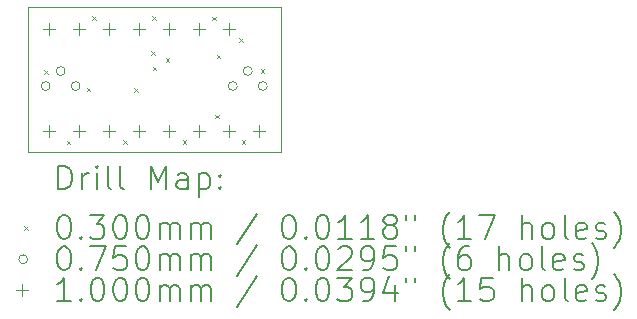
<source format=gbr>
%TF.GenerationSoftware,KiCad,Pcbnew,9.0.5*%
%TF.CreationDate,2025-11-23T20:09:42-05:00*%
%TF.ProjectId,Silicon Fuzz Face Compact,53696c69-636f-46e2-9046-757a7a204661,rev?*%
%TF.SameCoordinates,Original*%
%TF.FileFunction,Drillmap*%
%TF.FilePolarity,Positive*%
%FSLAX45Y45*%
G04 Gerber Fmt 4.5, Leading zero omitted, Abs format (unit mm)*
G04 Created by KiCad (PCBNEW 9.0.5) date 2025-11-23 20:09:42*
%MOMM*%
%LPD*%
G01*
G04 APERTURE LIST*
%ADD10C,0.050000*%
%ADD11C,0.200000*%
%ADD12C,0.100000*%
G04 APERTURE END LIST*
D10*
X4870000Y-8050000D02*
X7010000Y-8050000D01*
X7010000Y-9275000D01*
X4870000Y-9275000D01*
X4870000Y-8050000D01*
D11*
D12*
X5007500Y-8582500D02*
X5037500Y-8612500D01*
X5037500Y-8582500D02*
X5007500Y-8612500D01*
X5198308Y-9180000D02*
X5228308Y-9210000D01*
X5228308Y-9180000D02*
X5198308Y-9210000D01*
X5367500Y-8730000D02*
X5397500Y-8760000D01*
X5397500Y-8730000D02*
X5367500Y-8760000D01*
X5415000Y-8125000D02*
X5445000Y-8155000D01*
X5445000Y-8125000D02*
X5415000Y-8155000D01*
X5677500Y-9175000D02*
X5707500Y-9205000D01*
X5707500Y-9175000D02*
X5677500Y-9205000D01*
X5770000Y-8735000D02*
X5800000Y-8765000D01*
X5800000Y-8735000D02*
X5770000Y-8765000D01*
X5915000Y-8420100D02*
X5945000Y-8450100D01*
X5945000Y-8420100D02*
X5915000Y-8450100D01*
X5922500Y-8125000D02*
X5952500Y-8155000D01*
X5952500Y-8125000D02*
X5922500Y-8155000D01*
X5927500Y-8552500D02*
X5957500Y-8582500D01*
X5957500Y-8552500D02*
X5927500Y-8582500D01*
X6037500Y-8477500D02*
X6067500Y-8507500D01*
X6067500Y-8477500D02*
X6037500Y-8507500D01*
X6182500Y-9175000D02*
X6212500Y-9205000D01*
X6212500Y-9175000D02*
X6182500Y-9205000D01*
X6430000Y-8127500D02*
X6460000Y-8157500D01*
X6460000Y-8127500D02*
X6430000Y-8157500D01*
X6455000Y-8957500D02*
X6485000Y-8987500D01*
X6485000Y-8957500D02*
X6455000Y-8987500D01*
X6470000Y-8450000D02*
X6500000Y-8480000D01*
X6500000Y-8450000D02*
X6470000Y-8480000D01*
X6660000Y-8312500D02*
X6690000Y-8342500D01*
X6690000Y-8312500D02*
X6660000Y-8342500D01*
X6682500Y-9172500D02*
X6712500Y-9202500D01*
X6712500Y-9172500D02*
X6682500Y-9202500D01*
X6840000Y-8575000D02*
X6870000Y-8605000D01*
X6870000Y-8575000D02*
X6840000Y-8605000D01*
X5058500Y-8715000D02*
G75*
G02*
X4983500Y-8715000I-37500J0D01*
G01*
X4983500Y-8715000D02*
G75*
G02*
X5058500Y-8715000I37500J0D01*
G01*
X5185500Y-8588000D02*
G75*
G02*
X5110500Y-8588000I-37500J0D01*
G01*
X5110500Y-8588000D02*
G75*
G02*
X5185500Y-8588000I37500J0D01*
G01*
X5312500Y-8715000D02*
G75*
G02*
X5237500Y-8715000I-37500J0D01*
G01*
X5237500Y-8715000D02*
G75*
G02*
X5312500Y-8715000I37500J0D01*
G01*
X6642500Y-8715000D02*
G75*
G02*
X6567500Y-8715000I-37500J0D01*
G01*
X6567500Y-8715000D02*
G75*
G02*
X6642500Y-8715000I37500J0D01*
G01*
X6769500Y-8588000D02*
G75*
G02*
X6694500Y-8588000I-37500J0D01*
G01*
X6694500Y-8588000D02*
G75*
G02*
X6769500Y-8588000I37500J0D01*
G01*
X6896500Y-8715000D02*
G75*
G02*
X6821500Y-8715000I-37500J0D01*
G01*
X6821500Y-8715000D02*
G75*
G02*
X6896500Y-8715000I37500J0D01*
G01*
X5050000Y-9045000D02*
X5050000Y-9145000D01*
X5000000Y-9095000D02*
X5100000Y-9095000D01*
X5052000Y-8180000D02*
X5052000Y-8280000D01*
X5002000Y-8230000D02*
X5102000Y-8230000D01*
X5304000Y-9045000D02*
X5304000Y-9145000D01*
X5254000Y-9095000D02*
X5354000Y-9095000D01*
X5306000Y-8180000D02*
X5306000Y-8280000D01*
X5256000Y-8230000D02*
X5356000Y-8230000D01*
X5558000Y-9045000D02*
X5558000Y-9145000D01*
X5508000Y-9095000D02*
X5608000Y-9095000D01*
X5560000Y-8180000D02*
X5560000Y-8280000D01*
X5510000Y-8230000D02*
X5610000Y-8230000D01*
X5812000Y-9045000D02*
X5812000Y-9145000D01*
X5762000Y-9095000D02*
X5862000Y-9095000D01*
X5814000Y-8180000D02*
X5814000Y-8280000D01*
X5764000Y-8230000D02*
X5864000Y-8230000D01*
X6066000Y-9045000D02*
X6066000Y-9145000D01*
X6016000Y-9095000D02*
X6116000Y-9095000D01*
X6068000Y-8180000D02*
X6068000Y-8280000D01*
X6018000Y-8230000D02*
X6118000Y-8230000D01*
X6320000Y-9045000D02*
X6320000Y-9145000D01*
X6270000Y-9095000D02*
X6370000Y-9095000D01*
X6322000Y-8180000D02*
X6322000Y-8280000D01*
X6272000Y-8230000D02*
X6372000Y-8230000D01*
X6574000Y-9045000D02*
X6574000Y-9145000D01*
X6524000Y-9095000D02*
X6624000Y-9095000D01*
X6576000Y-8180000D02*
X6576000Y-8280000D01*
X6526000Y-8230000D02*
X6626000Y-8230000D01*
X6828000Y-9045000D02*
X6828000Y-9145000D01*
X6778000Y-9095000D02*
X6878000Y-9095000D01*
D11*
X5128277Y-9588984D02*
X5128277Y-9388984D01*
X5128277Y-9388984D02*
X5175896Y-9388984D01*
X5175896Y-9388984D02*
X5204467Y-9398508D01*
X5204467Y-9398508D02*
X5223515Y-9417555D01*
X5223515Y-9417555D02*
X5233039Y-9436603D01*
X5233039Y-9436603D02*
X5242563Y-9474698D01*
X5242563Y-9474698D02*
X5242563Y-9503270D01*
X5242563Y-9503270D02*
X5233039Y-9541365D01*
X5233039Y-9541365D02*
X5223515Y-9560412D01*
X5223515Y-9560412D02*
X5204467Y-9579460D01*
X5204467Y-9579460D02*
X5175896Y-9588984D01*
X5175896Y-9588984D02*
X5128277Y-9588984D01*
X5328277Y-9588984D02*
X5328277Y-9455650D01*
X5328277Y-9493746D02*
X5337801Y-9474698D01*
X5337801Y-9474698D02*
X5347324Y-9465174D01*
X5347324Y-9465174D02*
X5366372Y-9455650D01*
X5366372Y-9455650D02*
X5385420Y-9455650D01*
X5452086Y-9588984D02*
X5452086Y-9455650D01*
X5452086Y-9388984D02*
X5442563Y-9398508D01*
X5442563Y-9398508D02*
X5452086Y-9408031D01*
X5452086Y-9408031D02*
X5461610Y-9398508D01*
X5461610Y-9398508D02*
X5452086Y-9388984D01*
X5452086Y-9388984D02*
X5452086Y-9408031D01*
X5575896Y-9588984D02*
X5556848Y-9579460D01*
X5556848Y-9579460D02*
X5547324Y-9560412D01*
X5547324Y-9560412D02*
X5547324Y-9388984D01*
X5680658Y-9588984D02*
X5661610Y-9579460D01*
X5661610Y-9579460D02*
X5652086Y-9560412D01*
X5652086Y-9560412D02*
X5652086Y-9388984D01*
X5909229Y-9588984D02*
X5909229Y-9388984D01*
X5909229Y-9388984D02*
X5975896Y-9531841D01*
X5975896Y-9531841D02*
X6042562Y-9388984D01*
X6042562Y-9388984D02*
X6042562Y-9588984D01*
X6223515Y-9588984D02*
X6223515Y-9484222D01*
X6223515Y-9484222D02*
X6213991Y-9465174D01*
X6213991Y-9465174D02*
X6194943Y-9455650D01*
X6194943Y-9455650D02*
X6156848Y-9455650D01*
X6156848Y-9455650D02*
X6137801Y-9465174D01*
X6223515Y-9579460D02*
X6204467Y-9588984D01*
X6204467Y-9588984D02*
X6156848Y-9588984D01*
X6156848Y-9588984D02*
X6137801Y-9579460D01*
X6137801Y-9579460D02*
X6128277Y-9560412D01*
X6128277Y-9560412D02*
X6128277Y-9541365D01*
X6128277Y-9541365D02*
X6137801Y-9522317D01*
X6137801Y-9522317D02*
X6156848Y-9512793D01*
X6156848Y-9512793D02*
X6204467Y-9512793D01*
X6204467Y-9512793D02*
X6223515Y-9503270D01*
X6318753Y-9455650D02*
X6318753Y-9655650D01*
X6318753Y-9465174D02*
X6337801Y-9455650D01*
X6337801Y-9455650D02*
X6375896Y-9455650D01*
X6375896Y-9455650D02*
X6394943Y-9465174D01*
X6394943Y-9465174D02*
X6404467Y-9474698D01*
X6404467Y-9474698D02*
X6413991Y-9493746D01*
X6413991Y-9493746D02*
X6413991Y-9550889D01*
X6413991Y-9550889D02*
X6404467Y-9569936D01*
X6404467Y-9569936D02*
X6394943Y-9579460D01*
X6394943Y-9579460D02*
X6375896Y-9588984D01*
X6375896Y-9588984D02*
X6337801Y-9588984D01*
X6337801Y-9588984D02*
X6318753Y-9579460D01*
X6499705Y-9569936D02*
X6509229Y-9579460D01*
X6509229Y-9579460D02*
X6499705Y-9588984D01*
X6499705Y-9588984D02*
X6490182Y-9579460D01*
X6490182Y-9579460D02*
X6499705Y-9569936D01*
X6499705Y-9569936D02*
X6499705Y-9588984D01*
X6499705Y-9465174D02*
X6509229Y-9474698D01*
X6509229Y-9474698D02*
X6499705Y-9484222D01*
X6499705Y-9484222D02*
X6490182Y-9474698D01*
X6490182Y-9474698D02*
X6499705Y-9465174D01*
X6499705Y-9465174D02*
X6499705Y-9484222D01*
D12*
X4837500Y-9902500D02*
X4867500Y-9932500D01*
X4867500Y-9902500D02*
X4837500Y-9932500D01*
D11*
X5166372Y-9808984D02*
X5185420Y-9808984D01*
X5185420Y-9808984D02*
X5204467Y-9818508D01*
X5204467Y-9818508D02*
X5213991Y-9828031D01*
X5213991Y-9828031D02*
X5223515Y-9847079D01*
X5223515Y-9847079D02*
X5233039Y-9885174D01*
X5233039Y-9885174D02*
X5233039Y-9932793D01*
X5233039Y-9932793D02*
X5223515Y-9970889D01*
X5223515Y-9970889D02*
X5213991Y-9989936D01*
X5213991Y-9989936D02*
X5204467Y-9999460D01*
X5204467Y-9999460D02*
X5185420Y-10008984D01*
X5185420Y-10008984D02*
X5166372Y-10008984D01*
X5166372Y-10008984D02*
X5147324Y-9999460D01*
X5147324Y-9999460D02*
X5137801Y-9989936D01*
X5137801Y-9989936D02*
X5128277Y-9970889D01*
X5128277Y-9970889D02*
X5118753Y-9932793D01*
X5118753Y-9932793D02*
X5118753Y-9885174D01*
X5118753Y-9885174D02*
X5128277Y-9847079D01*
X5128277Y-9847079D02*
X5137801Y-9828031D01*
X5137801Y-9828031D02*
X5147324Y-9818508D01*
X5147324Y-9818508D02*
X5166372Y-9808984D01*
X5318753Y-9989936D02*
X5328277Y-9999460D01*
X5328277Y-9999460D02*
X5318753Y-10008984D01*
X5318753Y-10008984D02*
X5309229Y-9999460D01*
X5309229Y-9999460D02*
X5318753Y-9989936D01*
X5318753Y-9989936D02*
X5318753Y-10008984D01*
X5394944Y-9808984D02*
X5518753Y-9808984D01*
X5518753Y-9808984D02*
X5452086Y-9885174D01*
X5452086Y-9885174D02*
X5480658Y-9885174D01*
X5480658Y-9885174D02*
X5499705Y-9894698D01*
X5499705Y-9894698D02*
X5509229Y-9904222D01*
X5509229Y-9904222D02*
X5518753Y-9923270D01*
X5518753Y-9923270D02*
X5518753Y-9970889D01*
X5518753Y-9970889D02*
X5509229Y-9989936D01*
X5509229Y-9989936D02*
X5499705Y-9999460D01*
X5499705Y-9999460D02*
X5480658Y-10008984D01*
X5480658Y-10008984D02*
X5423515Y-10008984D01*
X5423515Y-10008984D02*
X5404467Y-9999460D01*
X5404467Y-9999460D02*
X5394944Y-9989936D01*
X5642562Y-9808984D02*
X5661610Y-9808984D01*
X5661610Y-9808984D02*
X5680658Y-9818508D01*
X5680658Y-9818508D02*
X5690182Y-9828031D01*
X5690182Y-9828031D02*
X5699705Y-9847079D01*
X5699705Y-9847079D02*
X5709229Y-9885174D01*
X5709229Y-9885174D02*
X5709229Y-9932793D01*
X5709229Y-9932793D02*
X5699705Y-9970889D01*
X5699705Y-9970889D02*
X5690182Y-9989936D01*
X5690182Y-9989936D02*
X5680658Y-9999460D01*
X5680658Y-9999460D02*
X5661610Y-10008984D01*
X5661610Y-10008984D02*
X5642562Y-10008984D01*
X5642562Y-10008984D02*
X5623515Y-9999460D01*
X5623515Y-9999460D02*
X5613991Y-9989936D01*
X5613991Y-9989936D02*
X5604467Y-9970889D01*
X5604467Y-9970889D02*
X5594943Y-9932793D01*
X5594943Y-9932793D02*
X5594943Y-9885174D01*
X5594943Y-9885174D02*
X5604467Y-9847079D01*
X5604467Y-9847079D02*
X5613991Y-9828031D01*
X5613991Y-9828031D02*
X5623515Y-9818508D01*
X5623515Y-9818508D02*
X5642562Y-9808984D01*
X5833039Y-9808984D02*
X5852086Y-9808984D01*
X5852086Y-9808984D02*
X5871134Y-9818508D01*
X5871134Y-9818508D02*
X5880658Y-9828031D01*
X5880658Y-9828031D02*
X5890182Y-9847079D01*
X5890182Y-9847079D02*
X5899705Y-9885174D01*
X5899705Y-9885174D02*
X5899705Y-9932793D01*
X5899705Y-9932793D02*
X5890182Y-9970889D01*
X5890182Y-9970889D02*
X5880658Y-9989936D01*
X5880658Y-9989936D02*
X5871134Y-9999460D01*
X5871134Y-9999460D02*
X5852086Y-10008984D01*
X5852086Y-10008984D02*
X5833039Y-10008984D01*
X5833039Y-10008984D02*
X5813991Y-9999460D01*
X5813991Y-9999460D02*
X5804467Y-9989936D01*
X5804467Y-9989936D02*
X5794943Y-9970889D01*
X5794943Y-9970889D02*
X5785420Y-9932793D01*
X5785420Y-9932793D02*
X5785420Y-9885174D01*
X5785420Y-9885174D02*
X5794943Y-9847079D01*
X5794943Y-9847079D02*
X5804467Y-9828031D01*
X5804467Y-9828031D02*
X5813991Y-9818508D01*
X5813991Y-9818508D02*
X5833039Y-9808984D01*
X5985420Y-10008984D02*
X5985420Y-9875650D01*
X5985420Y-9894698D02*
X5994943Y-9885174D01*
X5994943Y-9885174D02*
X6013991Y-9875650D01*
X6013991Y-9875650D02*
X6042563Y-9875650D01*
X6042563Y-9875650D02*
X6061610Y-9885174D01*
X6061610Y-9885174D02*
X6071134Y-9904222D01*
X6071134Y-9904222D02*
X6071134Y-10008984D01*
X6071134Y-9904222D02*
X6080658Y-9885174D01*
X6080658Y-9885174D02*
X6099705Y-9875650D01*
X6099705Y-9875650D02*
X6128277Y-9875650D01*
X6128277Y-9875650D02*
X6147324Y-9885174D01*
X6147324Y-9885174D02*
X6156848Y-9904222D01*
X6156848Y-9904222D02*
X6156848Y-10008984D01*
X6252086Y-10008984D02*
X6252086Y-9875650D01*
X6252086Y-9894698D02*
X6261610Y-9885174D01*
X6261610Y-9885174D02*
X6280658Y-9875650D01*
X6280658Y-9875650D02*
X6309229Y-9875650D01*
X6309229Y-9875650D02*
X6328277Y-9885174D01*
X6328277Y-9885174D02*
X6337801Y-9904222D01*
X6337801Y-9904222D02*
X6337801Y-10008984D01*
X6337801Y-9904222D02*
X6347324Y-9885174D01*
X6347324Y-9885174D02*
X6366372Y-9875650D01*
X6366372Y-9875650D02*
X6394943Y-9875650D01*
X6394943Y-9875650D02*
X6413991Y-9885174D01*
X6413991Y-9885174D02*
X6423515Y-9904222D01*
X6423515Y-9904222D02*
X6423515Y-10008984D01*
X6813991Y-9799460D02*
X6642563Y-10056603D01*
X7071134Y-9808984D02*
X7090182Y-9808984D01*
X7090182Y-9808984D02*
X7109229Y-9818508D01*
X7109229Y-9818508D02*
X7118753Y-9828031D01*
X7118753Y-9828031D02*
X7128277Y-9847079D01*
X7128277Y-9847079D02*
X7137801Y-9885174D01*
X7137801Y-9885174D02*
X7137801Y-9932793D01*
X7137801Y-9932793D02*
X7128277Y-9970889D01*
X7128277Y-9970889D02*
X7118753Y-9989936D01*
X7118753Y-9989936D02*
X7109229Y-9999460D01*
X7109229Y-9999460D02*
X7090182Y-10008984D01*
X7090182Y-10008984D02*
X7071134Y-10008984D01*
X7071134Y-10008984D02*
X7052086Y-9999460D01*
X7052086Y-9999460D02*
X7042563Y-9989936D01*
X7042563Y-9989936D02*
X7033039Y-9970889D01*
X7033039Y-9970889D02*
X7023515Y-9932793D01*
X7023515Y-9932793D02*
X7023515Y-9885174D01*
X7023515Y-9885174D02*
X7033039Y-9847079D01*
X7033039Y-9847079D02*
X7042563Y-9828031D01*
X7042563Y-9828031D02*
X7052086Y-9818508D01*
X7052086Y-9818508D02*
X7071134Y-9808984D01*
X7223515Y-9989936D02*
X7233039Y-9999460D01*
X7233039Y-9999460D02*
X7223515Y-10008984D01*
X7223515Y-10008984D02*
X7213991Y-9999460D01*
X7213991Y-9999460D02*
X7223515Y-9989936D01*
X7223515Y-9989936D02*
X7223515Y-10008984D01*
X7356848Y-9808984D02*
X7375896Y-9808984D01*
X7375896Y-9808984D02*
X7394944Y-9818508D01*
X7394944Y-9818508D02*
X7404467Y-9828031D01*
X7404467Y-9828031D02*
X7413991Y-9847079D01*
X7413991Y-9847079D02*
X7423515Y-9885174D01*
X7423515Y-9885174D02*
X7423515Y-9932793D01*
X7423515Y-9932793D02*
X7413991Y-9970889D01*
X7413991Y-9970889D02*
X7404467Y-9989936D01*
X7404467Y-9989936D02*
X7394944Y-9999460D01*
X7394944Y-9999460D02*
X7375896Y-10008984D01*
X7375896Y-10008984D02*
X7356848Y-10008984D01*
X7356848Y-10008984D02*
X7337801Y-9999460D01*
X7337801Y-9999460D02*
X7328277Y-9989936D01*
X7328277Y-9989936D02*
X7318753Y-9970889D01*
X7318753Y-9970889D02*
X7309229Y-9932793D01*
X7309229Y-9932793D02*
X7309229Y-9885174D01*
X7309229Y-9885174D02*
X7318753Y-9847079D01*
X7318753Y-9847079D02*
X7328277Y-9828031D01*
X7328277Y-9828031D02*
X7337801Y-9818508D01*
X7337801Y-9818508D02*
X7356848Y-9808984D01*
X7613991Y-10008984D02*
X7499706Y-10008984D01*
X7556848Y-10008984D02*
X7556848Y-9808984D01*
X7556848Y-9808984D02*
X7537801Y-9837555D01*
X7537801Y-9837555D02*
X7518753Y-9856603D01*
X7518753Y-9856603D02*
X7499706Y-9866127D01*
X7804467Y-10008984D02*
X7690182Y-10008984D01*
X7747325Y-10008984D02*
X7747325Y-9808984D01*
X7747325Y-9808984D02*
X7728277Y-9837555D01*
X7728277Y-9837555D02*
X7709229Y-9856603D01*
X7709229Y-9856603D02*
X7690182Y-9866127D01*
X7918753Y-9894698D02*
X7899706Y-9885174D01*
X7899706Y-9885174D02*
X7890182Y-9875650D01*
X7890182Y-9875650D02*
X7880658Y-9856603D01*
X7880658Y-9856603D02*
X7880658Y-9847079D01*
X7880658Y-9847079D02*
X7890182Y-9828031D01*
X7890182Y-9828031D02*
X7899706Y-9818508D01*
X7899706Y-9818508D02*
X7918753Y-9808984D01*
X7918753Y-9808984D02*
X7956848Y-9808984D01*
X7956848Y-9808984D02*
X7975896Y-9818508D01*
X7975896Y-9818508D02*
X7985420Y-9828031D01*
X7985420Y-9828031D02*
X7994944Y-9847079D01*
X7994944Y-9847079D02*
X7994944Y-9856603D01*
X7994944Y-9856603D02*
X7985420Y-9875650D01*
X7985420Y-9875650D02*
X7975896Y-9885174D01*
X7975896Y-9885174D02*
X7956848Y-9894698D01*
X7956848Y-9894698D02*
X7918753Y-9894698D01*
X7918753Y-9894698D02*
X7899706Y-9904222D01*
X7899706Y-9904222D02*
X7890182Y-9913746D01*
X7890182Y-9913746D02*
X7880658Y-9932793D01*
X7880658Y-9932793D02*
X7880658Y-9970889D01*
X7880658Y-9970889D02*
X7890182Y-9989936D01*
X7890182Y-9989936D02*
X7899706Y-9999460D01*
X7899706Y-9999460D02*
X7918753Y-10008984D01*
X7918753Y-10008984D02*
X7956848Y-10008984D01*
X7956848Y-10008984D02*
X7975896Y-9999460D01*
X7975896Y-9999460D02*
X7985420Y-9989936D01*
X7985420Y-9989936D02*
X7994944Y-9970889D01*
X7994944Y-9970889D02*
X7994944Y-9932793D01*
X7994944Y-9932793D02*
X7985420Y-9913746D01*
X7985420Y-9913746D02*
X7975896Y-9904222D01*
X7975896Y-9904222D02*
X7956848Y-9894698D01*
X8071134Y-9808984D02*
X8071134Y-9847079D01*
X8147325Y-9808984D02*
X8147325Y-9847079D01*
X8442563Y-10085174D02*
X8433039Y-10075650D01*
X8433039Y-10075650D02*
X8413991Y-10047079D01*
X8413991Y-10047079D02*
X8404468Y-10028031D01*
X8404468Y-10028031D02*
X8394944Y-9999460D01*
X8394944Y-9999460D02*
X8385420Y-9951841D01*
X8385420Y-9951841D02*
X8385420Y-9913746D01*
X8385420Y-9913746D02*
X8394944Y-9866127D01*
X8394944Y-9866127D02*
X8404468Y-9837555D01*
X8404468Y-9837555D02*
X8413991Y-9818508D01*
X8413991Y-9818508D02*
X8433039Y-9789936D01*
X8433039Y-9789936D02*
X8442563Y-9780412D01*
X8623515Y-10008984D02*
X8509230Y-10008984D01*
X8566372Y-10008984D02*
X8566372Y-9808984D01*
X8566372Y-9808984D02*
X8547325Y-9837555D01*
X8547325Y-9837555D02*
X8528277Y-9856603D01*
X8528277Y-9856603D02*
X8509230Y-9866127D01*
X8690182Y-9808984D02*
X8823515Y-9808984D01*
X8823515Y-9808984D02*
X8737801Y-10008984D01*
X9052087Y-10008984D02*
X9052087Y-9808984D01*
X9137801Y-10008984D02*
X9137801Y-9904222D01*
X9137801Y-9904222D02*
X9128277Y-9885174D01*
X9128277Y-9885174D02*
X9109230Y-9875650D01*
X9109230Y-9875650D02*
X9080658Y-9875650D01*
X9080658Y-9875650D02*
X9061611Y-9885174D01*
X9061611Y-9885174D02*
X9052087Y-9894698D01*
X9261611Y-10008984D02*
X9242563Y-9999460D01*
X9242563Y-9999460D02*
X9233039Y-9989936D01*
X9233039Y-9989936D02*
X9223515Y-9970889D01*
X9223515Y-9970889D02*
X9223515Y-9913746D01*
X9223515Y-9913746D02*
X9233039Y-9894698D01*
X9233039Y-9894698D02*
X9242563Y-9885174D01*
X9242563Y-9885174D02*
X9261611Y-9875650D01*
X9261611Y-9875650D02*
X9290182Y-9875650D01*
X9290182Y-9875650D02*
X9309230Y-9885174D01*
X9309230Y-9885174D02*
X9318753Y-9894698D01*
X9318753Y-9894698D02*
X9328277Y-9913746D01*
X9328277Y-9913746D02*
X9328277Y-9970889D01*
X9328277Y-9970889D02*
X9318753Y-9989936D01*
X9318753Y-9989936D02*
X9309230Y-9999460D01*
X9309230Y-9999460D02*
X9290182Y-10008984D01*
X9290182Y-10008984D02*
X9261611Y-10008984D01*
X9442563Y-10008984D02*
X9423515Y-9999460D01*
X9423515Y-9999460D02*
X9413992Y-9980412D01*
X9413992Y-9980412D02*
X9413992Y-9808984D01*
X9594944Y-9999460D02*
X9575896Y-10008984D01*
X9575896Y-10008984D02*
X9537801Y-10008984D01*
X9537801Y-10008984D02*
X9518753Y-9999460D01*
X9518753Y-9999460D02*
X9509230Y-9980412D01*
X9509230Y-9980412D02*
X9509230Y-9904222D01*
X9509230Y-9904222D02*
X9518753Y-9885174D01*
X9518753Y-9885174D02*
X9537801Y-9875650D01*
X9537801Y-9875650D02*
X9575896Y-9875650D01*
X9575896Y-9875650D02*
X9594944Y-9885174D01*
X9594944Y-9885174D02*
X9604468Y-9904222D01*
X9604468Y-9904222D02*
X9604468Y-9923270D01*
X9604468Y-9923270D02*
X9509230Y-9942317D01*
X9680658Y-9999460D02*
X9699706Y-10008984D01*
X9699706Y-10008984D02*
X9737801Y-10008984D01*
X9737801Y-10008984D02*
X9756849Y-9999460D01*
X9756849Y-9999460D02*
X9766373Y-9980412D01*
X9766373Y-9980412D02*
X9766373Y-9970889D01*
X9766373Y-9970889D02*
X9756849Y-9951841D01*
X9756849Y-9951841D02*
X9737801Y-9942317D01*
X9737801Y-9942317D02*
X9709230Y-9942317D01*
X9709230Y-9942317D02*
X9690182Y-9932793D01*
X9690182Y-9932793D02*
X9680658Y-9913746D01*
X9680658Y-9913746D02*
X9680658Y-9904222D01*
X9680658Y-9904222D02*
X9690182Y-9885174D01*
X9690182Y-9885174D02*
X9709230Y-9875650D01*
X9709230Y-9875650D02*
X9737801Y-9875650D01*
X9737801Y-9875650D02*
X9756849Y-9885174D01*
X9833039Y-10085174D02*
X9842563Y-10075650D01*
X9842563Y-10075650D02*
X9861611Y-10047079D01*
X9861611Y-10047079D02*
X9871134Y-10028031D01*
X9871134Y-10028031D02*
X9880658Y-9999460D01*
X9880658Y-9999460D02*
X9890182Y-9951841D01*
X9890182Y-9951841D02*
X9890182Y-9913746D01*
X9890182Y-9913746D02*
X9880658Y-9866127D01*
X9880658Y-9866127D02*
X9871134Y-9837555D01*
X9871134Y-9837555D02*
X9861611Y-9818508D01*
X9861611Y-9818508D02*
X9842563Y-9789936D01*
X9842563Y-9789936D02*
X9833039Y-9780412D01*
D12*
X4867500Y-10181500D02*
G75*
G02*
X4792500Y-10181500I-37500J0D01*
G01*
X4792500Y-10181500D02*
G75*
G02*
X4867500Y-10181500I37500J0D01*
G01*
D11*
X5166372Y-10072984D02*
X5185420Y-10072984D01*
X5185420Y-10072984D02*
X5204467Y-10082508D01*
X5204467Y-10082508D02*
X5213991Y-10092031D01*
X5213991Y-10092031D02*
X5223515Y-10111079D01*
X5223515Y-10111079D02*
X5233039Y-10149174D01*
X5233039Y-10149174D02*
X5233039Y-10196793D01*
X5233039Y-10196793D02*
X5223515Y-10234889D01*
X5223515Y-10234889D02*
X5213991Y-10253936D01*
X5213991Y-10253936D02*
X5204467Y-10263460D01*
X5204467Y-10263460D02*
X5185420Y-10272984D01*
X5185420Y-10272984D02*
X5166372Y-10272984D01*
X5166372Y-10272984D02*
X5147324Y-10263460D01*
X5147324Y-10263460D02*
X5137801Y-10253936D01*
X5137801Y-10253936D02*
X5128277Y-10234889D01*
X5128277Y-10234889D02*
X5118753Y-10196793D01*
X5118753Y-10196793D02*
X5118753Y-10149174D01*
X5118753Y-10149174D02*
X5128277Y-10111079D01*
X5128277Y-10111079D02*
X5137801Y-10092031D01*
X5137801Y-10092031D02*
X5147324Y-10082508D01*
X5147324Y-10082508D02*
X5166372Y-10072984D01*
X5318753Y-10253936D02*
X5328277Y-10263460D01*
X5328277Y-10263460D02*
X5318753Y-10272984D01*
X5318753Y-10272984D02*
X5309229Y-10263460D01*
X5309229Y-10263460D02*
X5318753Y-10253936D01*
X5318753Y-10253936D02*
X5318753Y-10272984D01*
X5394944Y-10072984D02*
X5528277Y-10072984D01*
X5528277Y-10072984D02*
X5442563Y-10272984D01*
X5699705Y-10072984D02*
X5604467Y-10072984D01*
X5604467Y-10072984D02*
X5594943Y-10168222D01*
X5594943Y-10168222D02*
X5604467Y-10158698D01*
X5604467Y-10158698D02*
X5623515Y-10149174D01*
X5623515Y-10149174D02*
X5671134Y-10149174D01*
X5671134Y-10149174D02*
X5690182Y-10158698D01*
X5690182Y-10158698D02*
X5699705Y-10168222D01*
X5699705Y-10168222D02*
X5709229Y-10187270D01*
X5709229Y-10187270D02*
X5709229Y-10234889D01*
X5709229Y-10234889D02*
X5699705Y-10253936D01*
X5699705Y-10253936D02*
X5690182Y-10263460D01*
X5690182Y-10263460D02*
X5671134Y-10272984D01*
X5671134Y-10272984D02*
X5623515Y-10272984D01*
X5623515Y-10272984D02*
X5604467Y-10263460D01*
X5604467Y-10263460D02*
X5594943Y-10253936D01*
X5833039Y-10072984D02*
X5852086Y-10072984D01*
X5852086Y-10072984D02*
X5871134Y-10082508D01*
X5871134Y-10082508D02*
X5880658Y-10092031D01*
X5880658Y-10092031D02*
X5890182Y-10111079D01*
X5890182Y-10111079D02*
X5899705Y-10149174D01*
X5899705Y-10149174D02*
X5899705Y-10196793D01*
X5899705Y-10196793D02*
X5890182Y-10234889D01*
X5890182Y-10234889D02*
X5880658Y-10253936D01*
X5880658Y-10253936D02*
X5871134Y-10263460D01*
X5871134Y-10263460D02*
X5852086Y-10272984D01*
X5852086Y-10272984D02*
X5833039Y-10272984D01*
X5833039Y-10272984D02*
X5813991Y-10263460D01*
X5813991Y-10263460D02*
X5804467Y-10253936D01*
X5804467Y-10253936D02*
X5794943Y-10234889D01*
X5794943Y-10234889D02*
X5785420Y-10196793D01*
X5785420Y-10196793D02*
X5785420Y-10149174D01*
X5785420Y-10149174D02*
X5794943Y-10111079D01*
X5794943Y-10111079D02*
X5804467Y-10092031D01*
X5804467Y-10092031D02*
X5813991Y-10082508D01*
X5813991Y-10082508D02*
X5833039Y-10072984D01*
X5985420Y-10272984D02*
X5985420Y-10139650D01*
X5985420Y-10158698D02*
X5994943Y-10149174D01*
X5994943Y-10149174D02*
X6013991Y-10139650D01*
X6013991Y-10139650D02*
X6042563Y-10139650D01*
X6042563Y-10139650D02*
X6061610Y-10149174D01*
X6061610Y-10149174D02*
X6071134Y-10168222D01*
X6071134Y-10168222D02*
X6071134Y-10272984D01*
X6071134Y-10168222D02*
X6080658Y-10149174D01*
X6080658Y-10149174D02*
X6099705Y-10139650D01*
X6099705Y-10139650D02*
X6128277Y-10139650D01*
X6128277Y-10139650D02*
X6147324Y-10149174D01*
X6147324Y-10149174D02*
X6156848Y-10168222D01*
X6156848Y-10168222D02*
X6156848Y-10272984D01*
X6252086Y-10272984D02*
X6252086Y-10139650D01*
X6252086Y-10158698D02*
X6261610Y-10149174D01*
X6261610Y-10149174D02*
X6280658Y-10139650D01*
X6280658Y-10139650D02*
X6309229Y-10139650D01*
X6309229Y-10139650D02*
X6328277Y-10149174D01*
X6328277Y-10149174D02*
X6337801Y-10168222D01*
X6337801Y-10168222D02*
X6337801Y-10272984D01*
X6337801Y-10168222D02*
X6347324Y-10149174D01*
X6347324Y-10149174D02*
X6366372Y-10139650D01*
X6366372Y-10139650D02*
X6394943Y-10139650D01*
X6394943Y-10139650D02*
X6413991Y-10149174D01*
X6413991Y-10149174D02*
X6423515Y-10168222D01*
X6423515Y-10168222D02*
X6423515Y-10272984D01*
X6813991Y-10063460D02*
X6642563Y-10320603D01*
X7071134Y-10072984D02*
X7090182Y-10072984D01*
X7090182Y-10072984D02*
X7109229Y-10082508D01*
X7109229Y-10082508D02*
X7118753Y-10092031D01*
X7118753Y-10092031D02*
X7128277Y-10111079D01*
X7128277Y-10111079D02*
X7137801Y-10149174D01*
X7137801Y-10149174D02*
X7137801Y-10196793D01*
X7137801Y-10196793D02*
X7128277Y-10234889D01*
X7128277Y-10234889D02*
X7118753Y-10253936D01*
X7118753Y-10253936D02*
X7109229Y-10263460D01*
X7109229Y-10263460D02*
X7090182Y-10272984D01*
X7090182Y-10272984D02*
X7071134Y-10272984D01*
X7071134Y-10272984D02*
X7052086Y-10263460D01*
X7052086Y-10263460D02*
X7042563Y-10253936D01*
X7042563Y-10253936D02*
X7033039Y-10234889D01*
X7033039Y-10234889D02*
X7023515Y-10196793D01*
X7023515Y-10196793D02*
X7023515Y-10149174D01*
X7023515Y-10149174D02*
X7033039Y-10111079D01*
X7033039Y-10111079D02*
X7042563Y-10092031D01*
X7042563Y-10092031D02*
X7052086Y-10082508D01*
X7052086Y-10082508D02*
X7071134Y-10072984D01*
X7223515Y-10253936D02*
X7233039Y-10263460D01*
X7233039Y-10263460D02*
X7223515Y-10272984D01*
X7223515Y-10272984D02*
X7213991Y-10263460D01*
X7213991Y-10263460D02*
X7223515Y-10253936D01*
X7223515Y-10253936D02*
X7223515Y-10272984D01*
X7356848Y-10072984D02*
X7375896Y-10072984D01*
X7375896Y-10072984D02*
X7394944Y-10082508D01*
X7394944Y-10082508D02*
X7404467Y-10092031D01*
X7404467Y-10092031D02*
X7413991Y-10111079D01*
X7413991Y-10111079D02*
X7423515Y-10149174D01*
X7423515Y-10149174D02*
X7423515Y-10196793D01*
X7423515Y-10196793D02*
X7413991Y-10234889D01*
X7413991Y-10234889D02*
X7404467Y-10253936D01*
X7404467Y-10253936D02*
X7394944Y-10263460D01*
X7394944Y-10263460D02*
X7375896Y-10272984D01*
X7375896Y-10272984D02*
X7356848Y-10272984D01*
X7356848Y-10272984D02*
X7337801Y-10263460D01*
X7337801Y-10263460D02*
X7328277Y-10253936D01*
X7328277Y-10253936D02*
X7318753Y-10234889D01*
X7318753Y-10234889D02*
X7309229Y-10196793D01*
X7309229Y-10196793D02*
X7309229Y-10149174D01*
X7309229Y-10149174D02*
X7318753Y-10111079D01*
X7318753Y-10111079D02*
X7328277Y-10092031D01*
X7328277Y-10092031D02*
X7337801Y-10082508D01*
X7337801Y-10082508D02*
X7356848Y-10072984D01*
X7499706Y-10092031D02*
X7509229Y-10082508D01*
X7509229Y-10082508D02*
X7528277Y-10072984D01*
X7528277Y-10072984D02*
X7575896Y-10072984D01*
X7575896Y-10072984D02*
X7594944Y-10082508D01*
X7594944Y-10082508D02*
X7604467Y-10092031D01*
X7604467Y-10092031D02*
X7613991Y-10111079D01*
X7613991Y-10111079D02*
X7613991Y-10130127D01*
X7613991Y-10130127D02*
X7604467Y-10158698D01*
X7604467Y-10158698D02*
X7490182Y-10272984D01*
X7490182Y-10272984D02*
X7613991Y-10272984D01*
X7709229Y-10272984D02*
X7747325Y-10272984D01*
X7747325Y-10272984D02*
X7766372Y-10263460D01*
X7766372Y-10263460D02*
X7775896Y-10253936D01*
X7775896Y-10253936D02*
X7794944Y-10225365D01*
X7794944Y-10225365D02*
X7804467Y-10187270D01*
X7804467Y-10187270D02*
X7804467Y-10111079D01*
X7804467Y-10111079D02*
X7794944Y-10092031D01*
X7794944Y-10092031D02*
X7785420Y-10082508D01*
X7785420Y-10082508D02*
X7766372Y-10072984D01*
X7766372Y-10072984D02*
X7728277Y-10072984D01*
X7728277Y-10072984D02*
X7709229Y-10082508D01*
X7709229Y-10082508D02*
X7699706Y-10092031D01*
X7699706Y-10092031D02*
X7690182Y-10111079D01*
X7690182Y-10111079D02*
X7690182Y-10158698D01*
X7690182Y-10158698D02*
X7699706Y-10177746D01*
X7699706Y-10177746D02*
X7709229Y-10187270D01*
X7709229Y-10187270D02*
X7728277Y-10196793D01*
X7728277Y-10196793D02*
X7766372Y-10196793D01*
X7766372Y-10196793D02*
X7785420Y-10187270D01*
X7785420Y-10187270D02*
X7794944Y-10177746D01*
X7794944Y-10177746D02*
X7804467Y-10158698D01*
X7985420Y-10072984D02*
X7890182Y-10072984D01*
X7890182Y-10072984D02*
X7880658Y-10168222D01*
X7880658Y-10168222D02*
X7890182Y-10158698D01*
X7890182Y-10158698D02*
X7909229Y-10149174D01*
X7909229Y-10149174D02*
X7956848Y-10149174D01*
X7956848Y-10149174D02*
X7975896Y-10158698D01*
X7975896Y-10158698D02*
X7985420Y-10168222D01*
X7985420Y-10168222D02*
X7994944Y-10187270D01*
X7994944Y-10187270D02*
X7994944Y-10234889D01*
X7994944Y-10234889D02*
X7985420Y-10253936D01*
X7985420Y-10253936D02*
X7975896Y-10263460D01*
X7975896Y-10263460D02*
X7956848Y-10272984D01*
X7956848Y-10272984D02*
X7909229Y-10272984D01*
X7909229Y-10272984D02*
X7890182Y-10263460D01*
X7890182Y-10263460D02*
X7880658Y-10253936D01*
X8071134Y-10072984D02*
X8071134Y-10111079D01*
X8147325Y-10072984D02*
X8147325Y-10111079D01*
X8442563Y-10349174D02*
X8433039Y-10339650D01*
X8433039Y-10339650D02*
X8413991Y-10311079D01*
X8413991Y-10311079D02*
X8404468Y-10292031D01*
X8404468Y-10292031D02*
X8394944Y-10263460D01*
X8394944Y-10263460D02*
X8385420Y-10215841D01*
X8385420Y-10215841D02*
X8385420Y-10177746D01*
X8385420Y-10177746D02*
X8394944Y-10130127D01*
X8394944Y-10130127D02*
X8404468Y-10101555D01*
X8404468Y-10101555D02*
X8413991Y-10082508D01*
X8413991Y-10082508D02*
X8433039Y-10053936D01*
X8433039Y-10053936D02*
X8442563Y-10044412D01*
X8604468Y-10072984D02*
X8566372Y-10072984D01*
X8566372Y-10072984D02*
X8547325Y-10082508D01*
X8547325Y-10082508D02*
X8537801Y-10092031D01*
X8537801Y-10092031D02*
X8518753Y-10120603D01*
X8518753Y-10120603D02*
X8509230Y-10158698D01*
X8509230Y-10158698D02*
X8509230Y-10234889D01*
X8509230Y-10234889D02*
X8518753Y-10253936D01*
X8518753Y-10253936D02*
X8528277Y-10263460D01*
X8528277Y-10263460D02*
X8547325Y-10272984D01*
X8547325Y-10272984D02*
X8585420Y-10272984D01*
X8585420Y-10272984D02*
X8604468Y-10263460D01*
X8604468Y-10263460D02*
X8613991Y-10253936D01*
X8613991Y-10253936D02*
X8623515Y-10234889D01*
X8623515Y-10234889D02*
X8623515Y-10187270D01*
X8623515Y-10187270D02*
X8613991Y-10168222D01*
X8613991Y-10168222D02*
X8604468Y-10158698D01*
X8604468Y-10158698D02*
X8585420Y-10149174D01*
X8585420Y-10149174D02*
X8547325Y-10149174D01*
X8547325Y-10149174D02*
X8528277Y-10158698D01*
X8528277Y-10158698D02*
X8518753Y-10168222D01*
X8518753Y-10168222D02*
X8509230Y-10187270D01*
X8861611Y-10272984D02*
X8861611Y-10072984D01*
X8947325Y-10272984D02*
X8947325Y-10168222D01*
X8947325Y-10168222D02*
X8937801Y-10149174D01*
X8937801Y-10149174D02*
X8918753Y-10139650D01*
X8918753Y-10139650D02*
X8890182Y-10139650D01*
X8890182Y-10139650D02*
X8871134Y-10149174D01*
X8871134Y-10149174D02*
X8861611Y-10158698D01*
X9071134Y-10272984D02*
X9052087Y-10263460D01*
X9052087Y-10263460D02*
X9042563Y-10253936D01*
X9042563Y-10253936D02*
X9033039Y-10234889D01*
X9033039Y-10234889D02*
X9033039Y-10177746D01*
X9033039Y-10177746D02*
X9042563Y-10158698D01*
X9042563Y-10158698D02*
X9052087Y-10149174D01*
X9052087Y-10149174D02*
X9071134Y-10139650D01*
X9071134Y-10139650D02*
X9099706Y-10139650D01*
X9099706Y-10139650D02*
X9118753Y-10149174D01*
X9118753Y-10149174D02*
X9128277Y-10158698D01*
X9128277Y-10158698D02*
X9137801Y-10177746D01*
X9137801Y-10177746D02*
X9137801Y-10234889D01*
X9137801Y-10234889D02*
X9128277Y-10253936D01*
X9128277Y-10253936D02*
X9118753Y-10263460D01*
X9118753Y-10263460D02*
X9099706Y-10272984D01*
X9099706Y-10272984D02*
X9071134Y-10272984D01*
X9252087Y-10272984D02*
X9233039Y-10263460D01*
X9233039Y-10263460D02*
X9223515Y-10244412D01*
X9223515Y-10244412D02*
X9223515Y-10072984D01*
X9404468Y-10263460D02*
X9385420Y-10272984D01*
X9385420Y-10272984D02*
X9347325Y-10272984D01*
X9347325Y-10272984D02*
X9328277Y-10263460D01*
X9328277Y-10263460D02*
X9318753Y-10244412D01*
X9318753Y-10244412D02*
X9318753Y-10168222D01*
X9318753Y-10168222D02*
X9328277Y-10149174D01*
X9328277Y-10149174D02*
X9347325Y-10139650D01*
X9347325Y-10139650D02*
X9385420Y-10139650D01*
X9385420Y-10139650D02*
X9404468Y-10149174D01*
X9404468Y-10149174D02*
X9413992Y-10168222D01*
X9413992Y-10168222D02*
X9413992Y-10187270D01*
X9413992Y-10187270D02*
X9318753Y-10206317D01*
X9490182Y-10263460D02*
X9509230Y-10272984D01*
X9509230Y-10272984D02*
X9547325Y-10272984D01*
X9547325Y-10272984D02*
X9566373Y-10263460D01*
X9566373Y-10263460D02*
X9575896Y-10244412D01*
X9575896Y-10244412D02*
X9575896Y-10234889D01*
X9575896Y-10234889D02*
X9566373Y-10215841D01*
X9566373Y-10215841D02*
X9547325Y-10206317D01*
X9547325Y-10206317D02*
X9518753Y-10206317D01*
X9518753Y-10206317D02*
X9499706Y-10196793D01*
X9499706Y-10196793D02*
X9490182Y-10177746D01*
X9490182Y-10177746D02*
X9490182Y-10168222D01*
X9490182Y-10168222D02*
X9499706Y-10149174D01*
X9499706Y-10149174D02*
X9518753Y-10139650D01*
X9518753Y-10139650D02*
X9547325Y-10139650D01*
X9547325Y-10139650D02*
X9566373Y-10149174D01*
X9642563Y-10349174D02*
X9652087Y-10339650D01*
X9652087Y-10339650D02*
X9671134Y-10311079D01*
X9671134Y-10311079D02*
X9680658Y-10292031D01*
X9680658Y-10292031D02*
X9690182Y-10263460D01*
X9690182Y-10263460D02*
X9699706Y-10215841D01*
X9699706Y-10215841D02*
X9699706Y-10177746D01*
X9699706Y-10177746D02*
X9690182Y-10130127D01*
X9690182Y-10130127D02*
X9680658Y-10101555D01*
X9680658Y-10101555D02*
X9671134Y-10082508D01*
X9671134Y-10082508D02*
X9652087Y-10053936D01*
X9652087Y-10053936D02*
X9642563Y-10044412D01*
D12*
X4817500Y-10395500D02*
X4817500Y-10495500D01*
X4767500Y-10445500D02*
X4867500Y-10445500D01*
D11*
X5233039Y-10536984D02*
X5118753Y-10536984D01*
X5175896Y-10536984D02*
X5175896Y-10336984D01*
X5175896Y-10336984D02*
X5156848Y-10365555D01*
X5156848Y-10365555D02*
X5137801Y-10384603D01*
X5137801Y-10384603D02*
X5118753Y-10394127D01*
X5318753Y-10517936D02*
X5328277Y-10527460D01*
X5328277Y-10527460D02*
X5318753Y-10536984D01*
X5318753Y-10536984D02*
X5309229Y-10527460D01*
X5309229Y-10527460D02*
X5318753Y-10517936D01*
X5318753Y-10517936D02*
X5318753Y-10536984D01*
X5452086Y-10336984D02*
X5471134Y-10336984D01*
X5471134Y-10336984D02*
X5490182Y-10346508D01*
X5490182Y-10346508D02*
X5499705Y-10356031D01*
X5499705Y-10356031D02*
X5509229Y-10375079D01*
X5509229Y-10375079D02*
X5518753Y-10413174D01*
X5518753Y-10413174D02*
X5518753Y-10460793D01*
X5518753Y-10460793D02*
X5509229Y-10498889D01*
X5509229Y-10498889D02*
X5499705Y-10517936D01*
X5499705Y-10517936D02*
X5490182Y-10527460D01*
X5490182Y-10527460D02*
X5471134Y-10536984D01*
X5471134Y-10536984D02*
X5452086Y-10536984D01*
X5452086Y-10536984D02*
X5433039Y-10527460D01*
X5433039Y-10527460D02*
X5423515Y-10517936D01*
X5423515Y-10517936D02*
X5413991Y-10498889D01*
X5413991Y-10498889D02*
X5404467Y-10460793D01*
X5404467Y-10460793D02*
X5404467Y-10413174D01*
X5404467Y-10413174D02*
X5413991Y-10375079D01*
X5413991Y-10375079D02*
X5423515Y-10356031D01*
X5423515Y-10356031D02*
X5433039Y-10346508D01*
X5433039Y-10346508D02*
X5452086Y-10336984D01*
X5642562Y-10336984D02*
X5661610Y-10336984D01*
X5661610Y-10336984D02*
X5680658Y-10346508D01*
X5680658Y-10346508D02*
X5690182Y-10356031D01*
X5690182Y-10356031D02*
X5699705Y-10375079D01*
X5699705Y-10375079D02*
X5709229Y-10413174D01*
X5709229Y-10413174D02*
X5709229Y-10460793D01*
X5709229Y-10460793D02*
X5699705Y-10498889D01*
X5699705Y-10498889D02*
X5690182Y-10517936D01*
X5690182Y-10517936D02*
X5680658Y-10527460D01*
X5680658Y-10527460D02*
X5661610Y-10536984D01*
X5661610Y-10536984D02*
X5642562Y-10536984D01*
X5642562Y-10536984D02*
X5623515Y-10527460D01*
X5623515Y-10527460D02*
X5613991Y-10517936D01*
X5613991Y-10517936D02*
X5604467Y-10498889D01*
X5604467Y-10498889D02*
X5594943Y-10460793D01*
X5594943Y-10460793D02*
X5594943Y-10413174D01*
X5594943Y-10413174D02*
X5604467Y-10375079D01*
X5604467Y-10375079D02*
X5613991Y-10356031D01*
X5613991Y-10356031D02*
X5623515Y-10346508D01*
X5623515Y-10346508D02*
X5642562Y-10336984D01*
X5833039Y-10336984D02*
X5852086Y-10336984D01*
X5852086Y-10336984D02*
X5871134Y-10346508D01*
X5871134Y-10346508D02*
X5880658Y-10356031D01*
X5880658Y-10356031D02*
X5890182Y-10375079D01*
X5890182Y-10375079D02*
X5899705Y-10413174D01*
X5899705Y-10413174D02*
X5899705Y-10460793D01*
X5899705Y-10460793D02*
X5890182Y-10498889D01*
X5890182Y-10498889D02*
X5880658Y-10517936D01*
X5880658Y-10517936D02*
X5871134Y-10527460D01*
X5871134Y-10527460D02*
X5852086Y-10536984D01*
X5852086Y-10536984D02*
X5833039Y-10536984D01*
X5833039Y-10536984D02*
X5813991Y-10527460D01*
X5813991Y-10527460D02*
X5804467Y-10517936D01*
X5804467Y-10517936D02*
X5794943Y-10498889D01*
X5794943Y-10498889D02*
X5785420Y-10460793D01*
X5785420Y-10460793D02*
X5785420Y-10413174D01*
X5785420Y-10413174D02*
X5794943Y-10375079D01*
X5794943Y-10375079D02*
X5804467Y-10356031D01*
X5804467Y-10356031D02*
X5813991Y-10346508D01*
X5813991Y-10346508D02*
X5833039Y-10336984D01*
X5985420Y-10536984D02*
X5985420Y-10403650D01*
X5985420Y-10422698D02*
X5994943Y-10413174D01*
X5994943Y-10413174D02*
X6013991Y-10403650D01*
X6013991Y-10403650D02*
X6042563Y-10403650D01*
X6042563Y-10403650D02*
X6061610Y-10413174D01*
X6061610Y-10413174D02*
X6071134Y-10432222D01*
X6071134Y-10432222D02*
X6071134Y-10536984D01*
X6071134Y-10432222D02*
X6080658Y-10413174D01*
X6080658Y-10413174D02*
X6099705Y-10403650D01*
X6099705Y-10403650D02*
X6128277Y-10403650D01*
X6128277Y-10403650D02*
X6147324Y-10413174D01*
X6147324Y-10413174D02*
X6156848Y-10432222D01*
X6156848Y-10432222D02*
X6156848Y-10536984D01*
X6252086Y-10536984D02*
X6252086Y-10403650D01*
X6252086Y-10422698D02*
X6261610Y-10413174D01*
X6261610Y-10413174D02*
X6280658Y-10403650D01*
X6280658Y-10403650D02*
X6309229Y-10403650D01*
X6309229Y-10403650D02*
X6328277Y-10413174D01*
X6328277Y-10413174D02*
X6337801Y-10432222D01*
X6337801Y-10432222D02*
X6337801Y-10536984D01*
X6337801Y-10432222D02*
X6347324Y-10413174D01*
X6347324Y-10413174D02*
X6366372Y-10403650D01*
X6366372Y-10403650D02*
X6394943Y-10403650D01*
X6394943Y-10403650D02*
X6413991Y-10413174D01*
X6413991Y-10413174D02*
X6423515Y-10432222D01*
X6423515Y-10432222D02*
X6423515Y-10536984D01*
X6813991Y-10327460D02*
X6642563Y-10584603D01*
X7071134Y-10336984D02*
X7090182Y-10336984D01*
X7090182Y-10336984D02*
X7109229Y-10346508D01*
X7109229Y-10346508D02*
X7118753Y-10356031D01*
X7118753Y-10356031D02*
X7128277Y-10375079D01*
X7128277Y-10375079D02*
X7137801Y-10413174D01*
X7137801Y-10413174D02*
X7137801Y-10460793D01*
X7137801Y-10460793D02*
X7128277Y-10498889D01*
X7128277Y-10498889D02*
X7118753Y-10517936D01*
X7118753Y-10517936D02*
X7109229Y-10527460D01*
X7109229Y-10527460D02*
X7090182Y-10536984D01*
X7090182Y-10536984D02*
X7071134Y-10536984D01*
X7071134Y-10536984D02*
X7052086Y-10527460D01*
X7052086Y-10527460D02*
X7042563Y-10517936D01*
X7042563Y-10517936D02*
X7033039Y-10498889D01*
X7033039Y-10498889D02*
X7023515Y-10460793D01*
X7023515Y-10460793D02*
X7023515Y-10413174D01*
X7023515Y-10413174D02*
X7033039Y-10375079D01*
X7033039Y-10375079D02*
X7042563Y-10356031D01*
X7042563Y-10356031D02*
X7052086Y-10346508D01*
X7052086Y-10346508D02*
X7071134Y-10336984D01*
X7223515Y-10517936D02*
X7233039Y-10527460D01*
X7233039Y-10527460D02*
X7223515Y-10536984D01*
X7223515Y-10536984D02*
X7213991Y-10527460D01*
X7213991Y-10527460D02*
X7223515Y-10517936D01*
X7223515Y-10517936D02*
X7223515Y-10536984D01*
X7356848Y-10336984D02*
X7375896Y-10336984D01*
X7375896Y-10336984D02*
X7394944Y-10346508D01*
X7394944Y-10346508D02*
X7404467Y-10356031D01*
X7404467Y-10356031D02*
X7413991Y-10375079D01*
X7413991Y-10375079D02*
X7423515Y-10413174D01*
X7423515Y-10413174D02*
X7423515Y-10460793D01*
X7423515Y-10460793D02*
X7413991Y-10498889D01*
X7413991Y-10498889D02*
X7404467Y-10517936D01*
X7404467Y-10517936D02*
X7394944Y-10527460D01*
X7394944Y-10527460D02*
X7375896Y-10536984D01*
X7375896Y-10536984D02*
X7356848Y-10536984D01*
X7356848Y-10536984D02*
X7337801Y-10527460D01*
X7337801Y-10527460D02*
X7328277Y-10517936D01*
X7328277Y-10517936D02*
X7318753Y-10498889D01*
X7318753Y-10498889D02*
X7309229Y-10460793D01*
X7309229Y-10460793D02*
X7309229Y-10413174D01*
X7309229Y-10413174D02*
X7318753Y-10375079D01*
X7318753Y-10375079D02*
X7328277Y-10356031D01*
X7328277Y-10356031D02*
X7337801Y-10346508D01*
X7337801Y-10346508D02*
X7356848Y-10336984D01*
X7490182Y-10336984D02*
X7613991Y-10336984D01*
X7613991Y-10336984D02*
X7547325Y-10413174D01*
X7547325Y-10413174D02*
X7575896Y-10413174D01*
X7575896Y-10413174D02*
X7594944Y-10422698D01*
X7594944Y-10422698D02*
X7604467Y-10432222D01*
X7604467Y-10432222D02*
X7613991Y-10451270D01*
X7613991Y-10451270D02*
X7613991Y-10498889D01*
X7613991Y-10498889D02*
X7604467Y-10517936D01*
X7604467Y-10517936D02*
X7594944Y-10527460D01*
X7594944Y-10527460D02*
X7575896Y-10536984D01*
X7575896Y-10536984D02*
X7518753Y-10536984D01*
X7518753Y-10536984D02*
X7499706Y-10527460D01*
X7499706Y-10527460D02*
X7490182Y-10517936D01*
X7709229Y-10536984D02*
X7747325Y-10536984D01*
X7747325Y-10536984D02*
X7766372Y-10527460D01*
X7766372Y-10527460D02*
X7775896Y-10517936D01*
X7775896Y-10517936D02*
X7794944Y-10489365D01*
X7794944Y-10489365D02*
X7804467Y-10451270D01*
X7804467Y-10451270D02*
X7804467Y-10375079D01*
X7804467Y-10375079D02*
X7794944Y-10356031D01*
X7794944Y-10356031D02*
X7785420Y-10346508D01*
X7785420Y-10346508D02*
X7766372Y-10336984D01*
X7766372Y-10336984D02*
X7728277Y-10336984D01*
X7728277Y-10336984D02*
X7709229Y-10346508D01*
X7709229Y-10346508D02*
X7699706Y-10356031D01*
X7699706Y-10356031D02*
X7690182Y-10375079D01*
X7690182Y-10375079D02*
X7690182Y-10422698D01*
X7690182Y-10422698D02*
X7699706Y-10441746D01*
X7699706Y-10441746D02*
X7709229Y-10451270D01*
X7709229Y-10451270D02*
X7728277Y-10460793D01*
X7728277Y-10460793D02*
X7766372Y-10460793D01*
X7766372Y-10460793D02*
X7785420Y-10451270D01*
X7785420Y-10451270D02*
X7794944Y-10441746D01*
X7794944Y-10441746D02*
X7804467Y-10422698D01*
X7975896Y-10403650D02*
X7975896Y-10536984D01*
X7928277Y-10327460D02*
X7880658Y-10470317D01*
X7880658Y-10470317D02*
X8004467Y-10470317D01*
X8071134Y-10336984D02*
X8071134Y-10375079D01*
X8147325Y-10336984D02*
X8147325Y-10375079D01*
X8442563Y-10613174D02*
X8433039Y-10603650D01*
X8433039Y-10603650D02*
X8413991Y-10575079D01*
X8413991Y-10575079D02*
X8404468Y-10556031D01*
X8404468Y-10556031D02*
X8394944Y-10527460D01*
X8394944Y-10527460D02*
X8385420Y-10479841D01*
X8385420Y-10479841D02*
X8385420Y-10441746D01*
X8385420Y-10441746D02*
X8394944Y-10394127D01*
X8394944Y-10394127D02*
X8404468Y-10365555D01*
X8404468Y-10365555D02*
X8413991Y-10346508D01*
X8413991Y-10346508D02*
X8433039Y-10317936D01*
X8433039Y-10317936D02*
X8442563Y-10308412D01*
X8623515Y-10536984D02*
X8509230Y-10536984D01*
X8566372Y-10536984D02*
X8566372Y-10336984D01*
X8566372Y-10336984D02*
X8547325Y-10365555D01*
X8547325Y-10365555D02*
X8528277Y-10384603D01*
X8528277Y-10384603D02*
X8509230Y-10394127D01*
X8804468Y-10336984D02*
X8709230Y-10336984D01*
X8709230Y-10336984D02*
X8699706Y-10432222D01*
X8699706Y-10432222D02*
X8709230Y-10422698D01*
X8709230Y-10422698D02*
X8728277Y-10413174D01*
X8728277Y-10413174D02*
X8775896Y-10413174D01*
X8775896Y-10413174D02*
X8794944Y-10422698D01*
X8794944Y-10422698D02*
X8804468Y-10432222D01*
X8804468Y-10432222D02*
X8813991Y-10451270D01*
X8813991Y-10451270D02*
X8813991Y-10498889D01*
X8813991Y-10498889D02*
X8804468Y-10517936D01*
X8804468Y-10517936D02*
X8794944Y-10527460D01*
X8794944Y-10527460D02*
X8775896Y-10536984D01*
X8775896Y-10536984D02*
X8728277Y-10536984D01*
X8728277Y-10536984D02*
X8709230Y-10527460D01*
X8709230Y-10527460D02*
X8699706Y-10517936D01*
X9052087Y-10536984D02*
X9052087Y-10336984D01*
X9137801Y-10536984D02*
X9137801Y-10432222D01*
X9137801Y-10432222D02*
X9128277Y-10413174D01*
X9128277Y-10413174D02*
X9109230Y-10403650D01*
X9109230Y-10403650D02*
X9080658Y-10403650D01*
X9080658Y-10403650D02*
X9061611Y-10413174D01*
X9061611Y-10413174D02*
X9052087Y-10422698D01*
X9261611Y-10536984D02*
X9242563Y-10527460D01*
X9242563Y-10527460D02*
X9233039Y-10517936D01*
X9233039Y-10517936D02*
X9223515Y-10498889D01*
X9223515Y-10498889D02*
X9223515Y-10441746D01*
X9223515Y-10441746D02*
X9233039Y-10422698D01*
X9233039Y-10422698D02*
X9242563Y-10413174D01*
X9242563Y-10413174D02*
X9261611Y-10403650D01*
X9261611Y-10403650D02*
X9290182Y-10403650D01*
X9290182Y-10403650D02*
X9309230Y-10413174D01*
X9309230Y-10413174D02*
X9318753Y-10422698D01*
X9318753Y-10422698D02*
X9328277Y-10441746D01*
X9328277Y-10441746D02*
X9328277Y-10498889D01*
X9328277Y-10498889D02*
X9318753Y-10517936D01*
X9318753Y-10517936D02*
X9309230Y-10527460D01*
X9309230Y-10527460D02*
X9290182Y-10536984D01*
X9290182Y-10536984D02*
X9261611Y-10536984D01*
X9442563Y-10536984D02*
X9423515Y-10527460D01*
X9423515Y-10527460D02*
X9413992Y-10508412D01*
X9413992Y-10508412D02*
X9413992Y-10336984D01*
X9594944Y-10527460D02*
X9575896Y-10536984D01*
X9575896Y-10536984D02*
X9537801Y-10536984D01*
X9537801Y-10536984D02*
X9518753Y-10527460D01*
X9518753Y-10527460D02*
X9509230Y-10508412D01*
X9509230Y-10508412D02*
X9509230Y-10432222D01*
X9509230Y-10432222D02*
X9518753Y-10413174D01*
X9518753Y-10413174D02*
X9537801Y-10403650D01*
X9537801Y-10403650D02*
X9575896Y-10403650D01*
X9575896Y-10403650D02*
X9594944Y-10413174D01*
X9594944Y-10413174D02*
X9604468Y-10432222D01*
X9604468Y-10432222D02*
X9604468Y-10451270D01*
X9604468Y-10451270D02*
X9509230Y-10470317D01*
X9680658Y-10527460D02*
X9699706Y-10536984D01*
X9699706Y-10536984D02*
X9737801Y-10536984D01*
X9737801Y-10536984D02*
X9756849Y-10527460D01*
X9756849Y-10527460D02*
X9766373Y-10508412D01*
X9766373Y-10508412D02*
X9766373Y-10498889D01*
X9766373Y-10498889D02*
X9756849Y-10479841D01*
X9756849Y-10479841D02*
X9737801Y-10470317D01*
X9737801Y-10470317D02*
X9709230Y-10470317D01*
X9709230Y-10470317D02*
X9690182Y-10460793D01*
X9690182Y-10460793D02*
X9680658Y-10441746D01*
X9680658Y-10441746D02*
X9680658Y-10432222D01*
X9680658Y-10432222D02*
X9690182Y-10413174D01*
X9690182Y-10413174D02*
X9709230Y-10403650D01*
X9709230Y-10403650D02*
X9737801Y-10403650D01*
X9737801Y-10403650D02*
X9756849Y-10413174D01*
X9833039Y-10613174D02*
X9842563Y-10603650D01*
X9842563Y-10603650D02*
X9861611Y-10575079D01*
X9861611Y-10575079D02*
X9871134Y-10556031D01*
X9871134Y-10556031D02*
X9880658Y-10527460D01*
X9880658Y-10527460D02*
X9890182Y-10479841D01*
X9890182Y-10479841D02*
X9890182Y-10441746D01*
X9890182Y-10441746D02*
X9880658Y-10394127D01*
X9880658Y-10394127D02*
X9871134Y-10365555D01*
X9871134Y-10365555D02*
X9861611Y-10346508D01*
X9861611Y-10346508D02*
X9842563Y-10317936D01*
X9842563Y-10317936D02*
X9833039Y-10308412D01*
M02*

</source>
